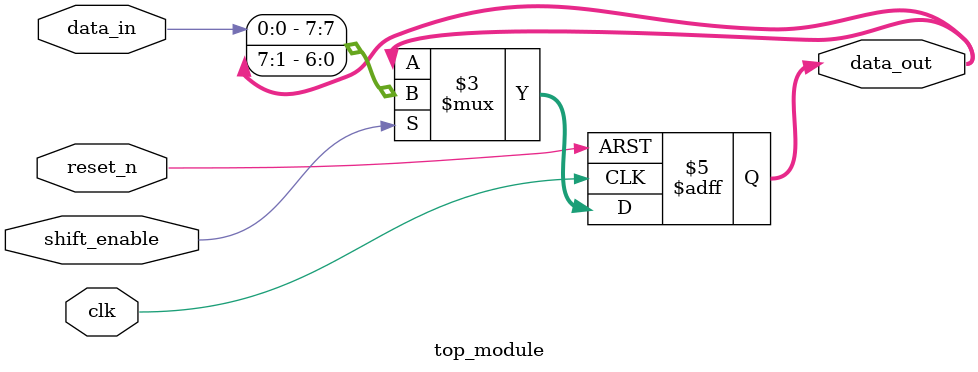
<source format=sv>
module top_module(
  input clk,
  input reset_n,
  input data_in,
  input shift_enable,
  output reg [7:0] data_out
);

always @(posedge clk or negedge reset_n) begin
  if (!reset_n) begin
    data_out <= 8'b0;
  end else if (shift_enable) begin
    data_out <= {data_in, data_out[7:1]};
  end
end

endmodule

</source>
